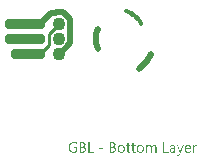
<source format=gbl>
G04*
G04 #@! TF.GenerationSoftware,Altium Limited,Altium Designer,22.5.1 (42)*
G04*
G04 Layer_Physical_Order=2*
G04 Layer_Color=16711680*
%FSLAX44Y44*%
%MOMM*%
G71*
G04*
G04 #@! TF.SameCoordinates,4FFD5CCC-AD45-4947-A22B-06A3F304AFED*
G04*
G04*
G04 #@! TF.FilePolarity,Positive*
G04*
G01*
G75*
%ADD15C,1.1000*%
%ADD16C,0.5000*%
%ADD17C,0.2500*%
%ADD18C,0.5000*%
%ADD19C,0.6000*%
%ADD20C,0.5100*%
%ADD21C,0.5250*%
%ADD22C,0.3500*%
%ADD23C,0.3500*%
G04:AMPARAMS|DCode=24|XSize=0.9mm|YSize=3.4mm|CornerRadius=0.351mm|HoleSize=0mm|Usage=FLASHONLY|Rotation=90.000|XOffset=0mm|YOffset=0mm|HoleType=Round|Shape=RoundedRectangle|*
%AMROUNDEDRECTD24*
21,1,0.9000,2.6980,0,0,90.0*
21,1,0.1980,3.4000,0,0,90.0*
1,1,0.7020,1.3490,0.0990*
1,1,0.7020,1.3490,-0.0990*
1,1,0.7020,-1.3490,-0.0990*
1,1,0.7020,-1.3490,0.0990*
%
%ADD24ROUNDEDRECTD24*%
G04:AMPARAMS|DCode=25|XSize=0.9mm|YSize=2.9mm|CornerRadius=0.351mm|HoleSize=0mm|Usage=FLASHONLY|Rotation=90.000|XOffset=0mm|YOffset=0mm|HoleType=Round|Shape=RoundedRectangle|*
%AMROUNDEDRECTD25*
21,1,0.9000,2.1980,0,0,90.0*
21,1,0.1980,2.9000,0,0,90.0*
1,1,0.7020,1.0990,0.0990*
1,1,0.7020,1.0990,-0.0990*
1,1,0.7020,-1.0990,-0.0990*
1,1,0.7020,-1.0990,0.0990*
%
%ADD25ROUNDEDRECTD25*%
%ADD26C,0.2000*%
G36*
X12874Y-87401D02*
X13000Y-87409D01*
X13149Y-87416D01*
X13306Y-87432D01*
X13486Y-87456D01*
X13675Y-87479D01*
X13871Y-87511D01*
X14075Y-87550D01*
X14279Y-87597D01*
X14483Y-87652D01*
X14687Y-87715D01*
X14891Y-87785D01*
X15079Y-87872D01*
X15079Y-89025D01*
X15064Y-89018D01*
X15032Y-88994D01*
X14970Y-88963D01*
X14891Y-88916D01*
X14781Y-88869D01*
X14656Y-88806D01*
X14514Y-88751D01*
X14350Y-88680D01*
X14177Y-88617D01*
X13981Y-88555D01*
X13769Y-88500D01*
X13541Y-88453D01*
X13298Y-88405D01*
X13047Y-88374D01*
X12788Y-88350D01*
X12513Y-88343D01*
X12450Y-88343D01*
X12372Y-88350D01*
X12262Y-88358D01*
X12136Y-88374D01*
X11987Y-88398D01*
X11822Y-88429D01*
X11642Y-88468D01*
X11453Y-88523D01*
X11257Y-88594D01*
X11053Y-88680D01*
X10841Y-88782D01*
X10637Y-88900D01*
X10441Y-89033D01*
X10245Y-89198D01*
X10056Y-89379D01*
X10049Y-89387D01*
X10017Y-89426D01*
X9970Y-89481D01*
X9907Y-89567D01*
X9837Y-89669D01*
X9750Y-89787D01*
X9664Y-89936D01*
X9578Y-90101D01*
X9491Y-90281D01*
X9405Y-90485D01*
X9319Y-90705D01*
X9248Y-90941D01*
X9185Y-91192D01*
X9138Y-91459D01*
X9107Y-91749D01*
X9099Y-92047D01*
X9099Y-92055D01*
X9099Y-92063D01*
X9099Y-92086D01*
X9099Y-92118D01*
X9099Y-92165D01*
X9107Y-92212D01*
X9115Y-92330D01*
X9122Y-92471D01*
X9146Y-92636D01*
X9169Y-92816D01*
X9209Y-93013D01*
X9256Y-93224D01*
X9319Y-93444D01*
X9389Y-93664D01*
X9476Y-93892D01*
X9578Y-94111D01*
X9695Y-94323D01*
X9829Y-94527D01*
X9986Y-94716D01*
X9994Y-94724D01*
X10025Y-94755D01*
X10080Y-94802D01*
X10151Y-94865D01*
X10237Y-94936D01*
X10347Y-95022D01*
X10472Y-95108D01*
X10622Y-95195D01*
X10786Y-95289D01*
X10967Y-95375D01*
X11163Y-95454D01*
X11383Y-95532D01*
X11610Y-95595D01*
X11862Y-95642D01*
X12121Y-95673D01*
X12403Y-95681D01*
X12505Y-95681D01*
X12576Y-95673D01*
X12670Y-95665D01*
X12772Y-95658D01*
X12890Y-95650D01*
X13023Y-95626D01*
X13157Y-95611D01*
X13306Y-95579D01*
X13604Y-95508D01*
X13761Y-95461D01*
X13910Y-95399D01*
X14059Y-95336D01*
X14208Y-95265D01*
X14208Y-92761D01*
X12254Y-92761D01*
X12254Y-91812D01*
X15260Y-91812D01*
X15260Y-95862D01*
X15244Y-95870D01*
X15197Y-95893D01*
X15127Y-95932D01*
X15025Y-95979D01*
X14899Y-96034D01*
X14750Y-96097D01*
X14577Y-96168D01*
X14381Y-96238D01*
X14169Y-96309D01*
X13934Y-96380D01*
X13690Y-96442D01*
X13431Y-96497D01*
X13157Y-96544D01*
X12866Y-96584D01*
X12576Y-96607D01*
X12270Y-96615D01*
X12183Y-96615D01*
X12144Y-96607D01*
X12089Y-96607D01*
X12026Y-96599D01*
X11956Y-96599D01*
X11791Y-96576D01*
X11603Y-96552D01*
X11399Y-96513D01*
X11171Y-96458D01*
X10928Y-96395D01*
X10676Y-96317D01*
X10417Y-96215D01*
X10158Y-96097D01*
X9899Y-95956D01*
X9648Y-95791D01*
X9405Y-95603D01*
X9177Y-95391D01*
X9162Y-95375D01*
X9130Y-95336D01*
X9068Y-95265D01*
X8997Y-95163D01*
X8903Y-95045D01*
X8809Y-94896D01*
X8699Y-94716D01*
X8589Y-94520D01*
X8479Y-94300D01*
X8369Y-94049D01*
X8275Y-93782D01*
X8181Y-93491D01*
X8110Y-93185D01*
X8047Y-92848D01*
X8016Y-92495D01*
X8000Y-92126D01*
X8000Y-92118D01*
X8000Y-92102D01*
X8000Y-92071D01*
X8000Y-92031D01*
X8008Y-91984D01*
X8008Y-91922D01*
X8016Y-91859D01*
X8024Y-91780D01*
X8031Y-91694D01*
X8039Y-91608D01*
X8071Y-91404D01*
X8110Y-91168D01*
X8165Y-90925D01*
X8235Y-90658D01*
X8322Y-90383D01*
X8424Y-90101D01*
X8550Y-89818D01*
X8706Y-89536D01*
X8879Y-89253D01*
X9083Y-88986D01*
X9311Y-88727D01*
X9327Y-88712D01*
X9374Y-88672D01*
X9444Y-88602D01*
X9546Y-88515D01*
X9680Y-88421D01*
X9829Y-88303D01*
X10009Y-88186D01*
X10221Y-88060D01*
X10449Y-87935D01*
X10700Y-87817D01*
X10967Y-87699D01*
X11265Y-87605D01*
X11579Y-87519D01*
X11909Y-87448D01*
X12262Y-87409D01*
X12631Y-87393D01*
X12772Y-87393D01*
X12874Y-87401D01*
X12874Y-87401D02*
G37*
G36*
X80498Y-89952D02*
X80545Y-89952D01*
X80600Y-89959D01*
X80733Y-89983D01*
X80890Y-90022D01*
X81070Y-90077D01*
X81259Y-90163D01*
X81455Y-90266D01*
X81557Y-90336D01*
X81651Y-90407D01*
X81746Y-90485D01*
X81840Y-90580D01*
X81934Y-90681D01*
X82020Y-90791D01*
X82099Y-90909D01*
X82177Y-91043D01*
X82248Y-91184D01*
X82311Y-91341D01*
X82366Y-91506D01*
X82421Y-91686D01*
X82452Y-91875D01*
X82483Y-92086D01*
X82499Y-92306D01*
X82507Y-92542D01*
X82507Y-96466D01*
X81487Y-96466D01*
X81487Y-92809D01*
X81487Y-92793D01*
X81487Y-92761D01*
X81487Y-92706D01*
X81479Y-92636D01*
X81479Y-92549D01*
X81471Y-92448D01*
X81463Y-92338D01*
X81447Y-92220D01*
X81408Y-91969D01*
X81345Y-91718D01*
X81314Y-91592D01*
X81267Y-91482D01*
X81212Y-91372D01*
X81157Y-91278D01*
X81157Y-91270D01*
X81141Y-91255D01*
X81125Y-91231D01*
X81094Y-91207D01*
X81063Y-91168D01*
X81016Y-91129D01*
X80961Y-91090D01*
X80898Y-91043D01*
X80827Y-90996D01*
X80749Y-90956D01*
X80655Y-90917D01*
X80560Y-90878D01*
X80450Y-90854D01*
X80325Y-90831D01*
X80199Y-90815D01*
X80058Y-90807D01*
X79995Y-90807D01*
X79948Y-90815D01*
X79893Y-90823D01*
X79830Y-90838D01*
X79674Y-90878D01*
X79587Y-90909D01*
X79501Y-90956D01*
X79407Y-91003D01*
X79320Y-91058D01*
X79226Y-91129D01*
X79132Y-91207D01*
X79038Y-91302D01*
X78951Y-91404D01*
X78944Y-91412D01*
X78936Y-91427D01*
X78912Y-91466D01*
X78881Y-91506D01*
X78849Y-91568D01*
X78810Y-91639D01*
X78763Y-91718D01*
X78724Y-91804D01*
X78685Y-91906D01*
X78637Y-92016D01*
X78598Y-92134D01*
X78567Y-92259D01*
X78535Y-92393D01*
X78520Y-92534D01*
X78504Y-92675D01*
X78496Y-92832D01*
X78496Y-96466D01*
X77476Y-96466D01*
X77476Y-92683D01*
X77476Y-92675D01*
X77476Y-92659D01*
X77476Y-92636D01*
X77476Y-92604D01*
X77468Y-92557D01*
X77468Y-92510D01*
X77452Y-92393D01*
X77429Y-92251D01*
X77397Y-92086D01*
X77358Y-91922D01*
X77295Y-91741D01*
X77217Y-91568D01*
X77123Y-91404D01*
X77005Y-91239D01*
X76864Y-91097D01*
X76699Y-90980D01*
X76605Y-90933D01*
X76503Y-90886D01*
X76393Y-90854D01*
X76283Y-90831D01*
X76157Y-90815D01*
X76024Y-90807D01*
X75961Y-90807D01*
X75914Y-90815D01*
X75851Y-90823D01*
X75788Y-90838D01*
X75631Y-90878D01*
X75545Y-90909D01*
X75459Y-90948D01*
X75365Y-90988D01*
X75270Y-91043D01*
X75176Y-91113D01*
X75082Y-91184D01*
X74996Y-91270D01*
X74909Y-91372D01*
X74901Y-91380D01*
X74894Y-91396D01*
X74870Y-91427D01*
X74839Y-91474D01*
X74807Y-91529D01*
X74776Y-91592D01*
X74737Y-91671D01*
X74697Y-91765D01*
X74650Y-91867D01*
X74611Y-91976D01*
X74580Y-92094D01*
X74548Y-92220D01*
X74517Y-92361D01*
X74493Y-92510D01*
X74486Y-92667D01*
X74478Y-92832D01*
X74478Y-96466D01*
X73457Y-96466D01*
X73457Y-90093D01*
X74478Y-90093D01*
X74478Y-91105D01*
X74501Y-91105D01*
X74509Y-91090D01*
X74533Y-91058D01*
X74572Y-90996D01*
X74627Y-90925D01*
X74697Y-90838D01*
X74784Y-90737D01*
X74886Y-90634D01*
X75004Y-90525D01*
X75137Y-90415D01*
X75286Y-90313D01*
X75451Y-90211D01*
X75624Y-90124D01*
X75820Y-90054D01*
X76032Y-89991D01*
X76252Y-89959D01*
X76487Y-89944D01*
X76550Y-89944D01*
X76597Y-89952D01*
X76652Y-89952D01*
X76722Y-89959D01*
X76793Y-89975D01*
X76872Y-89991D01*
X77052Y-90030D01*
X77240Y-90101D01*
X77429Y-90187D01*
X77523Y-90250D01*
X77617Y-90313D01*
X77625Y-90321D01*
X77641Y-90328D01*
X77664Y-90352D01*
X77696Y-90375D01*
X77782Y-90462D01*
X77884Y-90564D01*
X77994Y-90705D01*
X78104Y-90870D01*
X78206Y-91058D01*
X78284Y-91270D01*
X78292Y-91255D01*
X78316Y-91215D01*
X78363Y-91145D01*
X78418Y-91066D01*
X78496Y-90964D01*
X78583Y-90846D01*
X78692Y-90729D01*
X78818Y-90603D01*
X78959Y-90485D01*
X79116Y-90360D01*
X79289Y-90250D01*
X79477Y-90148D01*
X79689Y-90069D01*
X79909Y-89999D01*
X80152Y-89959D01*
X80403Y-89944D01*
X80458Y-89944D01*
X80498Y-89952D01*
X80498Y-89952D02*
G37*
G36*
X116099Y-89991D02*
X116185Y-89991D01*
X116279Y-90007D01*
X116381Y-90022D01*
X116483Y-90038D01*
X116570Y-90069D01*
X116570Y-91129D01*
X116554Y-91121D01*
X116523Y-91097D01*
X116460Y-91066D01*
X116374Y-91027D01*
X116256Y-90988D01*
X116130Y-90956D01*
X115973Y-90933D01*
X115793Y-90925D01*
X115730Y-90925D01*
X115683Y-90933D01*
X115628Y-90941D01*
X115565Y-90956D01*
X115416Y-91003D01*
X115330Y-91035D01*
X115243Y-91074D01*
X115149Y-91129D01*
X115055Y-91184D01*
X114969Y-91255D01*
X114874Y-91341D01*
X114788Y-91435D01*
X114702Y-91545D01*
X114694Y-91553D01*
X114686Y-91576D01*
X114663Y-91608D01*
X114631Y-91655D01*
X114600Y-91718D01*
X114560Y-91796D01*
X114521Y-91882D01*
X114482Y-91984D01*
X114443Y-92094D01*
X114403Y-92220D01*
X114364Y-92361D01*
X114333Y-92510D01*
X114302Y-92675D01*
X114278Y-92848D01*
X114270Y-93028D01*
X114262Y-93224D01*
X114262Y-96466D01*
X113242Y-96466D01*
X113242Y-90093D01*
X114262Y-90093D01*
X114262Y-91412D01*
X114286Y-91412D01*
X114286Y-91404D01*
X114294Y-91380D01*
X114309Y-91349D01*
X114325Y-91302D01*
X114349Y-91247D01*
X114380Y-91176D01*
X114451Y-91027D01*
X114545Y-90854D01*
X114663Y-90681D01*
X114796Y-90517D01*
X114953Y-90360D01*
X114961Y-90352D01*
X114977Y-90344D01*
X115000Y-90328D01*
X115031Y-90297D01*
X115071Y-90273D01*
X115126Y-90242D01*
X115243Y-90171D01*
X115393Y-90101D01*
X115565Y-90038D01*
X115753Y-89999D01*
X115856Y-89991D01*
X115958Y-89983D01*
X116020Y-89983D01*
X116099Y-89991D01*
X116099Y-89991D02*
G37*
G36*
X37252Y-93319D02*
X33853Y-93319D01*
X33853Y-92518D01*
X37252Y-92518D01*
X37252Y-93319D01*
X37252Y-93319D02*
G37*
G36*
X102552Y-97486D02*
X102552Y-97494D01*
X102544Y-97510D01*
X102529Y-97533D01*
X102513Y-97573D01*
X102497Y-97620D01*
X102474Y-97667D01*
X102411Y-97792D01*
X102324Y-97942D01*
X102230Y-98114D01*
X102113Y-98287D01*
X101979Y-98475D01*
X101830Y-98656D01*
X101665Y-98836D01*
X101485Y-99009D01*
X101288Y-99158D01*
X101077Y-99284D01*
X100967Y-99331D01*
X100849Y-99378D01*
X100731Y-99417D01*
X100606Y-99441D01*
X100480Y-99456D01*
X100347Y-99464D01*
X100284Y-99464D01*
X100205Y-99456D01*
X100111Y-99456D01*
X100009Y-99441D01*
X99899Y-99425D01*
X99782Y-99409D01*
X99680Y-99378D01*
X99680Y-98467D01*
X99695Y-98475D01*
X99734Y-98483D01*
X99797Y-98499D01*
X99876Y-98522D01*
X99970Y-98546D01*
X100072Y-98561D01*
X100182Y-98569D01*
X100284Y-98577D01*
X100315Y-98577D01*
X100354Y-98569D01*
X100409Y-98561D01*
X100472Y-98546D01*
X100551Y-98530D01*
X100629Y-98499D01*
X100723Y-98460D01*
X100810Y-98412D01*
X100912Y-98350D01*
X101006Y-98279D01*
X101100Y-98193D01*
X101194Y-98083D01*
X101288Y-97965D01*
X101367Y-97824D01*
X101446Y-97659D01*
X101956Y-96458D01*
X99468Y-90093D01*
X100598Y-90093D01*
X102324Y-94998D01*
X102324Y-95006D01*
X102332Y-95022D01*
X102340Y-95045D01*
X102356Y-95092D01*
X102372Y-95155D01*
X102387Y-95242D01*
X102419Y-95351D01*
X102450Y-95485D01*
X102489Y-95485D01*
X102489Y-95477D01*
X102497Y-95454D01*
X102505Y-95422D01*
X102521Y-95367D01*
X102536Y-95304D01*
X102552Y-95226D01*
X102584Y-95124D01*
X102615Y-95014D01*
X104428Y-90093D01*
X105480Y-90093D01*
X102552Y-97486D01*
X102552Y-97486D02*
G37*
G36*
X96336Y-89952D02*
X96391Y-89952D01*
X96446Y-89959D01*
X96517Y-89967D01*
X96595Y-89983D01*
X96760Y-90014D01*
X96956Y-90069D01*
X97152Y-90140D01*
X97364Y-90242D01*
X97576Y-90368D01*
X97678Y-90438D01*
X97780Y-90525D01*
X97874Y-90619D01*
X97969Y-90713D01*
X98055Y-90823D01*
X98133Y-90948D01*
X98212Y-91074D01*
X98282Y-91215D01*
X98337Y-91372D01*
X98392Y-91537D01*
X98432Y-91710D01*
X98463Y-91906D01*
X98479Y-92102D01*
X98487Y-92322D01*
X98487Y-96466D01*
X97466Y-96466D01*
X97466Y-95477D01*
X97443Y-95477D01*
X97435Y-95493D01*
X97411Y-95524D01*
X97372Y-95579D01*
X97317Y-95658D01*
X97247Y-95744D01*
X97160Y-95838D01*
X97066Y-95940D01*
X96948Y-96042D01*
X96815Y-96152D01*
X96673Y-96254D01*
X96509Y-96348D01*
X96336Y-96435D01*
X96140Y-96513D01*
X95936Y-96568D01*
X95716Y-96599D01*
X95481Y-96615D01*
X95386Y-96615D01*
X95324Y-96607D01*
X95245Y-96599D01*
X95151Y-96592D01*
X95049Y-96576D01*
X94939Y-96552D01*
X94696Y-96489D01*
X94578Y-96450D01*
X94452Y-96403D01*
X94327Y-96348D01*
X94209Y-96278D01*
X94099Y-96199D01*
X93989Y-96113D01*
X93982Y-96105D01*
X93966Y-96089D01*
X93942Y-96058D01*
X93903Y-96019D01*
X93864Y-95971D01*
X93825Y-95909D01*
X93770Y-95838D01*
X93722Y-95760D01*
X93675Y-95665D01*
X93628Y-95563D01*
X93581Y-95454D01*
X93542Y-95336D01*
X93503Y-95210D01*
X93479Y-95077D01*
X93463Y-94928D01*
X93456Y-94778D01*
X93456Y-94771D01*
X93456Y-94755D01*
X93456Y-94731D01*
X93463Y-94700D01*
X93463Y-94661D01*
X93471Y-94614D01*
X93487Y-94496D01*
X93518Y-94355D01*
X93566Y-94198D01*
X93628Y-94025D01*
X93722Y-93844D01*
X93832Y-93664D01*
X93966Y-93483D01*
X94052Y-93397D01*
X94138Y-93311D01*
X94241Y-93224D01*
X94342Y-93146D01*
X94460Y-93068D01*
X94586Y-92997D01*
X94719Y-92934D01*
X94868Y-92871D01*
X95025Y-92816D01*
X95190Y-92769D01*
X95371Y-92730D01*
X95559Y-92699D01*
X97466Y-92432D01*
X97466Y-92424D01*
X97466Y-92416D01*
X97466Y-92393D01*
X97466Y-92361D01*
X97458Y-92283D01*
X97443Y-92181D01*
X97427Y-92055D01*
X97396Y-91914D01*
X97356Y-91772D01*
X97301Y-91615D01*
X97231Y-91466D01*
X97144Y-91317D01*
X97042Y-91184D01*
X96917Y-91058D01*
X96760Y-90956D01*
X96587Y-90878D01*
X96493Y-90846D01*
X96383Y-90823D01*
X96273Y-90815D01*
X96156Y-90807D01*
X96101Y-90807D01*
X96046Y-90815D01*
X95959Y-90823D01*
X95857Y-90831D01*
X95740Y-90846D01*
X95606Y-90870D01*
X95465Y-90901D01*
X95308Y-90948D01*
X95143Y-90996D01*
X94970Y-91058D01*
X94790Y-91137D01*
X94609Y-91231D01*
X94429Y-91333D01*
X94248Y-91451D01*
X94076Y-91592D01*
X94076Y-90548D01*
X94083Y-90540D01*
X94115Y-90525D01*
X94170Y-90493D01*
X94241Y-90454D01*
X94335Y-90407D01*
X94437Y-90360D01*
X94562Y-90305D01*
X94704Y-90242D01*
X94853Y-90187D01*
X95017Y-90132D01*
X95198Y-90085D01*
X95386Y-90038D01*
X95590Y-89999D01*
X95794Y-89967D01*
X96014Y-89952D01*
X96242Y-89944D01*
X96297Y-89944D01*
X96336Y-89952D01*
X96336Y-89952D02*
G37*
G36*
X89115Y-95524D02*
X92702Y-95524D01*
X92702Y-96466D01*
X88071Y-96466D01*
X88071Y-87542D01*
X89115Y-87542D01*
X89115Y-95524D01*
X89115Y-95524D02*
G37*
G36*
X45446Y-87550D02*
X45540Y-87558D01*
X45650Y-87573D01*
X45775Y-87589D01*
X45917Y-87613D01*
X46058Y-87644D01*
X46207Y-87683D01*
X46364Y-87731D01*
X46513Y-87785D01*
X46670Y-87848D01*
X46811Y-87927D01*
X46953Y-88013D01*
X47086Y-88115D01*
X47094Y-88123D01*
X47118Y-88139D01*
X47149Y-88170D01*
X47188Y-88217D01*
X47243Y-88272D01*
X47298Y-88343D01*
X47361Y-88421D01*
X47424Y-88507D01*
X47486Y-88610D01*
X47549Y-88719D01*
X47604Y-88845D01*
X47659Y-88970D01*
X47698Y-89112D01*
X47730Y-89261D01*
X47753Y-89418D01*
X47761Y-89583D01*
X47761Y-89591D01*
X47761Y-89614D01*
X47761Y-89653D01*
X47753Y-89708D01*
X47745Y-89779D01*
X47737Y-89850D01*
X47730Y-89936D01*
X47714Y-90030D01*
X47659Y-90242D01*
X47588Y-90462D01*
X47541Y-90580D01*
X47486Y-90689D01*
X47424Y-90799D01*
X47353Y-90909D01*
X47345Y-90917D01*
X47337Y-90933D01*
X47314Y-90964D01*
X47274Y-91003D01*
X47235Y-91043D01*
X47188Y-91097D01*
X47125Y-91152D01*
X47063Y-91215D01*
X46984Y-91278D01*
X46898Y-91349D01*
X46803Y-91412D01*
X46701Y-91482D01*
X46592Y-91545D01*
X46482Y-91600D01*
X46223Y-91702D01*
X46223Y-91725D01*
X46231Y-91725D01*
X46262Y-91733D01*
X46309Y-91741D01*
X46372Y-91749D01*
X46450Y-91765D01*
X46537Y-91788D01*
X46639Y-91820D01*
X46741Y-91851D01*
X46968Y-91937D01*
X47094Y-91992D01*
X47212Y-92063D01*
X47329Y-92134D01*
X47447Y-92212D01*
X47565Y-92306D01*
X47667Y-92408D01*
X47675Y-92416D01*
X47690Y-92432D01*
X47714Y-92463D01*
X47753Y-92510D01*
X47793Y-92573D01*
X47840Y-92636D01*
X47887Y-92722D01*
X47942Y-92809D01*
X47989Y-92910D01*
X48036Y-93028D01*
X48083Y-93146D01*
X48122Y-93279D01*
X48161Y-93428D01*
X48185Y-93578D01*
X48201Y-93735D01*
X48208Y-93907D01*
X48208Y-93923D01*
X48208Y-93954D01*
X48201Y-94017D01*
X48193Y-94096D01*
X48185Y-94198D01*
X48161Y-94308D01*
X48138Y-94433D01*
X48106Y-94567D01*
X48059Y-94716D01*
X48004Y-94865D01*
X47942Y-95014D01*
X47863Y-95171D01*
X47769Y-95328D01*
X47659Y-95477D01*
X47533Y-95618D01*
X47384Y-95760D01*
X47376Y-95767D01*
X47345Y-95791D01*
X47298Y-95822D01*
X47235Y-95870D01*
X47157Y-95924D01*
X47055Y-95979D01*
X46945Y-96050D01*
X46819Y-96113D01*
X46670Y-96176D01*
X46513Y-96238D01*
X46348Y-96301D01*
X46160Y-96356D01*
X45964Y-96403D01*
X45760Y-96435D01*
X45540Y-96458D01*
X45312Y-96466D01*
X42714Y-96466D01*
X42714Y-87542D01*
X45359Y-87542D01*
X45446Y-87550D01*
X45446Y-87550D02*
G37*
G36*
X25683Y-95524D02*
X29270Y-95524D01*
X29270Y-96466D01*
X24639Y-96466D01*
X24639Y-87542D01*
X25683Y-87542D01*
X25683Y-95524D01*
X25683Y-95524D02*
G37*
G36*
X20063Y-87550D02*
X20157Y-87558D01*
X20267Y-87573D01*
X20393Y-87589D01*
X20534Y-87613D01*
X20675Y-87644D01*
X20825Y-87683D01*
X20982Y-87731D01*
X21131Y-87785D01*
X21288Y-87848D01*
X21429Y-87927D01*
X21570Y-88013D01*
X21704Y-88115D01*
X21712Y-88123D01*
X21735Y-88139D01*
X21767Y-88170D01*
X21806Y-88217D01*
X21861Y-88272D01*
X21916Y-88343D01*
X21978Y-88421D01*
X22041Y-88507D01*
X22104Y-88610D01*
X22167Y-88719D01*
X22222Y-88845D01*
X22277Y-88970D01*
X22316Y-89112D01*
X22347Y-89261D01*
X22371Y-89418D01*
X22379Y-89583D01*
X22379Y-89591D01*
X22379Y-89614D01*
X22379Y-89653D01*
X22371Y-89708D01*
X22363Y-89779D01*
X22355Y-89850D01*
X22347Y-89936D01*
X22332Y-90030D01*
X22277Y-90242D01*
X22206Y-90462D01*
X22159Y-90580D01*
X22104Y-90689D01*
X22041Y-90799D01*
X21971Y-90909D01*
X21963Y-90917D01*
X21955Y-90933D01*
X21931Y-90964D01*
X21892Y-91003D01*
X21853Y-91043D01*
X21806Y-91097D01*
X21743Y-91152D01*
X21680Y-91215D01*
X21602Y-91278D01*
X21515Y-91349D01*
X21421Y-91412D01*
X21319Y-91482D01*
X21209Y-91545D01*
X21099Y-91600D01*
X20840Y-91702D01*
X20840Y-91725D01*
X20848Y-91725D01*
X20880Y-91733D01*
X20927Y-91741D01*
X20989Y-91749D01*
X21068Y-91765D01*
X21154Y-91788D01*
X21256Y-91820D01*
X21358Y-91851D01*
X21586Y-91937D01*
X21712Y-91992D01*
X21829Y-92063D01*
X21947Y-92134D01*
X22065Y-92212D01*
X22183Y-92306D01*
X22285Y-92408D01*
X22292Y-92416D01*
X22308Y-92432D01*
X22332Y-92463D01*
X22371Y-92510D01*
X22410Y-92573D01*
X22457Y-92636D01*
X22504Y-92722D01*
X22559Y-92809D01*
X22606Y-92910D01*
X22653Y-93028D01*
X22701Y-93146D01*
X22740Y-93279D01*
X22779Y-93428D01*
X22803Y-93578D01*
X22818Y-93735D01*
X22826Y-93907D01*
X22826Y-93923D01*
X22826Y-93954D01*
X22818Y-94017D01*
X22810Y-94096D01*
X22803Y-94198D01*
X22779Y-94308D01*
X22755Y-94433D01*
X22724Y-94567D01*
X22677Y-94716D01*
X22622Y-94865D01*
X22559Y-95014D01*
X22481Y-95171D01*
X22387Y-95328D01*
X22277Y-95477D01*
X22151Y-95618D01*
X22002Y-95760D01*
X21994Y-95767D01*
X21963Y-95791D01*
X21916Y-95822D01*
X21853Y-95870D01*
X21774Y-95924D01*
X21672Y-95979D01*
X21562Y-96050D01*
X21437Y-96113D01*
X21288Y-96176D01*
X21131Y-96238D01*
X20966Y-96301D01*
X20778Y-96356D01*
X20581Y-96403D01*
X20377Y-96435D01*
X20157Y-96458D01*
X19930Y-96466D01*
X17332Y-96466D01*
X17332Y-87542D01*
X19977Y-87542D01*
X20063Y-87550D01*
X20063Y-87550D02*
G37*
G36*
X63019Y-90093D02*
X64628Y-90093D01*
X64628Y-90972D01*
X63019Y-90972D01*
X63019Y-94559D01*
X63019Y-94567D01*
X63019Y-94590D01*
X63019Y-94621D01*
X63019Y-94661D01*
X63027Y-94716D01*
X63034Y-94778D01*
X63050Y-94912D01*
X63074Y-95069D01*
X63113Y-95218D01*
X63168Y-95359D01*
X63199Y-95422D01*
X63239Y-95477D01*
X63246Y-95485D01*
X63278Y-95516D01*
X63333Y-95563D01*
X63411Y-95611D01*
X63513Y-95665D01*
X63639Y-95705D01*
X63788Y-95736D01*
X63961Y-95752D01*
X64023Y-95752D01*
X64094Y-95744D01*
X64188Y-95728D01*
X64290Y-95697D01*
X64408Y-95665D01*
X64518Y-95611D01*
X64628Y-95540D01*
X64628Y-96411D01*
X64620Y-96411D01*
X64612Y-96419D01*
X64588Y-96427D01*
X64565Y-96442D01*
X64479Y-96474D01*
X64377Y-96505D01*
X64235Y-96537D01*
X64071Y-96568D01*
X63882Y-96592D01*
X63670Y-96599D01*
X63600Y-96599D01*
X63513Y-96584D01*
X63411Y-96568D01*
X63286Y-96544D01*
X63144Y-96497D01*
X62987Y-96442D01*
X62838Y-96364D01*
X62681Y-96270D01*
X62524Y-96144D01*
X62383Y-95995D01*
X62320Y-95909D01*
X62257Y-95815D01*
X62203Y-95712D01*
X62155Y-95603D01*
X62108Y-95485D01*
X62069Y-95351D01*
X62038Y-95218D01*
X62014Y-95069D01*
X62006Y-94912D01*
X61998Y-94739D01*
X61998Y-90972D01*
X60908Y-90972D01*
X60908Y-90093D01*
X61998Y-90093D01*
X61998Y-88539D01*
X63019Y-88209D01*
X63019Y-90093D01*
X63019Y-90093D02*
G37*
G36*
X58702Y-90093D02*
X60311Y-90093D01*
X60311Y-90972D01*
X58702Y-90972D01*
X58702Y-94559D01*
X58702Y-94567D01*
X58702Y-94590D01*
X58702Y-94621D01*
X58702Y-94661D01*
X58710Y-94716D01*
X58718Y-94778D01*
X58733Y-94912D01*
X58757Y-95069D01*
X58796Y-95218D01*
X58851Y-95359D01*
X58882Y-95422D01*
X58922Y-95477D01*
X58930Y-95485D01*
X58961Y-95516D01*
X59016Y-95563D01*
X59094Y-95611D01*
X59197Y-95665D01*
X59322Y-95705D01*
X59471Y-95736D01*
X59644Y-95752D01*
X59707Y-95752D01*
X59777Y-95744D01*
X59872Y-95728D01*
X59974Y-95697D01*
X60091Y-95665D01*
X60201Y-95611D01*
X60311Y-95540D01*
X60311Y-96411D01*
X60303Y-96411D01*
X60295Y-96419D01*
X60272Y-96427D01*
X60248Y-96442D01*
X60162Y-96474D01*
X60060Y-96505D01*
X59918Y-96537D01*
X59754Y-96568D01*
X59565Y-96592D01*
X59353Y-96599D01*
X59283Y-96599D01*
X59197Y-96584D01*
X59094Y-96568D01*
X58969Y-96544D01*
X58828Y-96497D01*
X58671Y-96442D01*
X58521Y-96364D01*
X58365Y-96270D01*
X58208Y-96144D01*
X58066Y-95995D01*
X58004Y-95909D01*
X57941Y-95815D01*
X57886Y-95712D01*
X57839Y-95603D01*
X57792Y-95485D01*
X57752Y-95351D01*
X57721Y-95218D01*
X57697Y-95069D01*
X57689Y-94912D01*
X57682Y-94739D01*
X57682Y-90972D01*
X56591Y-90972D01*
X56591Y-90093D01*
X57682Y-90093D01*
X57682Y-88539D01*
X58702Y-88209D01*
X58702Y-90093D01*
X58702Y-90093D02*
G37*
G36*
X109200Y-89952D02*
X109286Y-89959D01*
X109396Y-89967D01*
X109514Y-89983D01*
X109647Y-90014D01*
X109789Y-90046D01*
X109945Y-90085D01*
X110103Y-90140D01*
X110260Y-90211D01*
X110424Y-90289D01*
X110581Y-90383D01*
X110730Y-90493D01*
X110879Y-90619D01*
X111013Y-90760D01*
X111021Y-90768D01*
X111044Y-90799D01*
X111076Y-90846D01*
X111123Y-90909D01*
X111170Y-90988D01*
X111233Y-91090D01*
X111295Y-91207D01*
X111358Y-91341D01*
X111421Y-91498D01*
X111484Y-91663D01*
X111547Y-91851D01*
X111594Y-92047D01*
X111641Y-92267D01*
X111672Y-92495D01*
X111696Y-92746D01*
X111704Y-93005D01*
X111704Y-93538D01*
X107198Y-93538D01*
X107198Y-93554D01*
X107198Y-93586D01*
X107206Y-93640D01*
X107214Y-93711D01*
X107222Y-93805D01*
X107238Y-93907D01*
X107254Y-94017D01*
X107285Y-94143D01*
X107355Y-94410D01*
X107403Y-94543D01*
X107458Y-94684D01*
X107520Y-94818D01*
X107591Y-94951D01*
X107677Y-95069D01*
X107772Y-95187D01*
X107779Y-95195D01*
X107795Y-95210D01*
X107826Y-95242D01*
X107873Y-95273D01*
X107928Y-95320D01*
X107999Y-95367D01*
X108078Y-95422D01*
X108164Y-95469D01*
X108266Y-95524D01*
X108384Y-95579D01*
X108501Y-95626D01*
X108643Y-95673D01*
X108784Y-95705D01*
X108941Y-95736D01*
X109106Y-95752D01*
X109278Y-95760D01*
X109326Y-95760D01*
X109380Y-95752D01*
X109459Y-95752D01*
X109553Y-95736D01*
X109663Y-95720D01*
X109789Y-95697D01*
X109930Y-95673D01*
X110079Y-95634D01*
X110236Y-95587D01*
X110401Y-95532D01*
X110566Y-95461D01*
X110738Y-95383D01*
X110911Y-95289D01*
X111084Y-95179D01*
X111256Y-95053D01*
X111256Y-96011D01*
X111248Y-96019D01*
X111217Y-96034D01*
X111170Y-96066D01*
X111107Y-96105D01*
X111021Y-96152D01*
X110919Y-96199D01*
X110801Y-96254D01*
X110668Y-96309D01*
X110511Y-96372D01*
X110346Y-96427D01*
X110165Y-96474D01*
X109969Y-96521D01*
X109757Y-96560D01*
X109529Y-96592D01*
X109286Y-96607D01*
X109035Y-96615D01*
X108972Y-96615D01*
X108910Y-96607D01*
X108815Y-96599D01*
X108698Y-96592D01*
X108564Y-96568D01*
X108423Y-96544D01*
X108266Y-96505D01*
X108101Y-96458D01*
X107928Y-96403D01*
X107748Y-96333D01*
X107575Y-96254D01*
X107395Y-96152D01*
X107230Y-96034D01*
X107065Y-95901D01*
X106916Y-95752D01*
X106908Y-95744D01*
X106885Y-95712D01*
X106845Y-95658D01*
X106798Y-95587D01*
X106735Y-95501D01*
X106673Y-95391D01*
X106602Y-95265D01*
X106531Y-95116D01*
X106461Y-94959D01*
X106390Y-94771D01*
X106327Y-94574D01*
X106264Y-94355D01*
X106217Y-94119D01*
X106178Y-93868D01*
X106155Y-93593D01*
X106147Y-93311D01*
X106147Y-93303D01*
X106147Y-93295D01*
X106147Y-93272D01*
X106147Y-93248D01*
X106155Y-93169D01*
X106163Y-93060D01*
X106170Y-92934D01*
X106194Y-92793D01*
X106217Y-92628D01*
X106249Y-92448D01*
X106296Y-92259D01*
X106351Y-92063D01*
X106421Y-91859D01*
X106500Y-91655D01*
X106594Y-91459D01*
X106712Y-91255D01*
X106838Y-91066D01*
X106987Y-90886D01*
X106994Y-90878D01*
X107026Y-90846D01*
X107073Y-90799D01*
X107136Y-90737D01*
X107222Y-90666D01*
X107324Y-90587D01*
X107434Y-90501D01*
X107567Y-90415D01*
X107709Y-90328D01*
X107873Y-90242D01*
X108046Y-90163D01*
X108227Y-90093D01*
X108423Y-90030D01*
X108635Y-89983D01*
X108855Y-89952D01*
X109082Y-89944D01*
X109137Y-89944D01*
X109200Y-89952D01*
X109200Y-89952D02*
G37*
G36*
X68937Y-89952D02*
X69039Y-89959D01*
X69156Y-89967D01*
X69298Y-89991D01*
X69447Y-90014D01*
X69612Y-90054D01*
X69792Y-90101D01*
X69973Y-90156D01*
X70153Y-90226D01*
X70342Y-90313D01*
X70522Y-90415D01*
X70703Y-90532D01*
X70867Y-90666D01*
X71024Y-90823D01*
X71032Y-90831D01*
X71056Y-90862D01*
X71095Y-90917D01*
X71150Y-90988D01*
X71213Y-91074D01*
X71276Y-91184D01*
X71354Y-91309D01*
X71425Y-91459D01*
X71503Y-91623D01*
X71574Y-91804D01*
X71637Y-92000D01*
X71699Y-92220D01*
X71754Y-92455D01*
X71793Y-92706D01*
X71817Y-92973D01*
X71825Y-93256D01*
X71825Y-93264D01*
X71825Y-93272D01*
X71825Y-93295D01*
X71825Y-93327D01*
X71817Y-93405D01*
X71809Y-93507D01*
X71801Y-93640D01*
X71778Y-93790D01*
X71754Y-93954D01*
X71715Y-94135D01*
X71668Y-94323D01*
X71613Y-94527D01*
X71542Y-94731D01*
X71464Y-94936D01*
X71362Y-95140D01*
X71244Y-95336D01*
X71111Y-95524D01*
X70961Y-95705D01*
X70954Y-95712D01*
X70922Y-95744D01*
X70875Y-95791D01*
X70805Y-95846D01*
X70718Y-95917D01*
X70616Y-95995D01*
X70491Y-96074D01*
X70349Y-96160D01*
X70192Y-96246D01*
X70020Y-96325D01*
X69831Y-96403D01*
X69627Y-96474D01*
X69400Y-96529D01*
X69164Y-96576D01*
X68921Y-96607D01*
X68654Y-96615D01*
X68591Y-96615D01*
X68521Y-96607D01*
X68419Y-96599D01*
X68301Y-96592D01*
X68160Y-96568D01*
X68011Y-96544D01*
X67846Y-96505D01*
X67665Y-96458D01*
X67485Y-96395D01*
X67296Y-96325D01*
X67108Y-96238D01*
X66919Y-96136D01*
X66731Y-96019D01*
X66558Y-95885D01*
X66394Y-95728D01*
X66386Y-95720D01*
X66354Y-95689D01*
X66315Y-95634D01*
X66260Y-95563D01*
X66197Y-95477D01*
X66127Y-95367D01*
X66056Y-95242D01*
X65978Y-95092D01*
X65899Y-94936D01*
X65821Y-94755D01*
X65750Y-94559D01*
X65687Y-94347D01*
X65632Y-94127D01*
X65593Y-93884D01*
X65562Y-93625D01*
X65554Y-93358D01*
X65554Y-93350D01*
X65554Y-93342D01*
X65554Y-93319D01*
X65554Y-93287D01*
X65562Y-93201D01*
X65570Y-93091D01*
X65577Y-92958D01*
X65601Y-92801D01*
X65624Y-92628D01*
X65664Y-92440D01*
X65711Y-92243D01*
X65766Y-92039D01*
X65836Y-91827D01*
X65923Y-91615D01*
X66025Y-91412D01*
X66135Y-91215D01*
X66268Y-91027D01*
X66425Y-90846D01*
X66433Y-90838D01*
X66464Y-90807D01*
X66519Y-90760D01*
X66590Y-90705D01*
X66676Y-90634D01*
X66786Y-90564D01*
X66912Y-90478D01*
X67053Y-90391D01*
X67210Y-90313D01*
X67390Y-90226D01*
X67587Y-90156D01*
X67799Y-90085D01*
X68026Y-90030D01*
X68270Y-89983D01*
X68528Y-89952D01*
X68803Y-89944D01*
X68866Y-89944D01*
X68937Y-89952D01*
X68937Y-89952D02*
G37*
G36*
X52831Y-89952D02*
X52933Y-89959D01*
X53051Y-89967D01*
X53192Y-89991D01*
X53341Y-90014D01*
X53506Y-90054D01*
X53687Y-90101D01*
X53867Y-90156D01*
X54048Y-90226D01*
X54236Y-90313D01*
X54417Y-90415D01*
X54597Y-90532D01*
X54762Y-90666D01*
X54919Y-90823D01*
X54927Y-90831D01*
X54950Y-90862D01*
X54990Y-90917D01*
X55045Y-90988D01*
X55107Y-91074D01*
X55170Y-91184D01*
X55249Y-91309D01*
X55319Y-91459D01*
X55398Y-91623D01*
X55468Y-91804D01*
X55531Y-92000D01*
X55594Y-92220D01*
X55649Y-92455D01*
X55688Y-92706D01*
X55712Y-92973D01*
X55719Y-93256D01*
X55719Y-93264D01*
X55719Y-93272D01*
X55719Y-93295D01*
X55719Y-93327D01*
X55712Y-93405D01*
X55704Y-93507D01*
X55696Y-93640D01*
X55672Y-93790D01*
X55649Y-93954D01*
X55610Y-94135D01*
X55563Y-94323D01*
X55508Y-94527D01*
X55437Y-94731D01*
X55359Y-94936D01*
X55257Y-95140D01*
X55139Y-95336D01*
X55005Y-95524D01*
X54856Y-95705D01*
X54848Y-95712D01*
X54817Y-95744D01*
X54770Y-95791D01*
X54699Y-95846D01*
X54613Y-95917D01*
X54511Y-95995D01*
X54385Y-96074D01*
X54244Y-96160D01*
X54087Y-96246D01*
X53914Y-96325D01*
X53726Y-96403D01*
X53522Y-96474D01*
X53294Y-96529D01*
X53059Y-96576D01*
X52816Y-96607D01*
X52549Y-96615D01*
X52486Y-96615D01*
X52415Y-96607D01*
X52313Y-96599D01*
X52196Y-96592D01*
X52054Y-96568D01*
X51905Y-96544D01*
X51740Y-96505D01*
X51560Y-96458D01*
X51379Y-96395D01*
X51191Y-96325D01*
X51002Y-96238D01*
X50814Y-96136D01*
X50626Y-96019D01*
X50453Y-95885D01*
X50288Y-95728D01*
X50280Y-95720D01*
X50249Y-95689D01*
X50210Y-95634D01*
X50155Y-95563D01*
X50092Y-95477D01*
X50022Y-95367D01*
X49951Y-95242D01*
X49872Y-95092D01*
X49794Y-94936D01*
X49715Y-94755D01*
X49645Y-94559D01*
X49582Y-94347D01*
X49527Y-94127D01*
X49488Y-93884D01*
X49456Y-93625D01*
X49448Y-93358D01*
X49448Y-93350D01*
X49448Y-93342D01*
X49448Y-93319D01*
X49448Y-93287D01*
X49456Y-93201D01*
X49464Y-93091D01*
X49472Y-92958D01*
X49496Y-92801D01*
X49519Y-92628D01*
X49558Y-92440D01*
X49605Y-92243D01*
X49660Y-92039D01*
X49731Y-91827D01*
X49817Y-91615D01*
X49919Y-91412D01*
X50029Y-91215D01*
X50163Y-91027D01*
X50320Y-90846D01*
X50328Y-90838D01*
X50359Y-90807D01*
X50414Y-90760D01*
X50484Y-90705D01*
X50571Y-90634D01*
X50681Y-90564D01*
X50806Y-90478D01*
X50948Y-90391D01*
X51105Y-90313D01*
X51285Y-90226D01*
X51481Y-90156D01*
X51693Y-90085D01*
X51921Y-90030D01*
X52164Y-89983D01*
X52423Y-89952D01*
X52698Y-89944D01*
X52761Y-89944D01*
X52831Y-89952D01*
X52831Y-89952D02*
G37*
%LPC*%
G36*
X97466Y-93248D02*
X95928Y-93460D01*
X95920Y-93460D01*
X95897Y-93468D01*
X95857Y-93468D01*
X95810Y-93476D01*
X95755Y-93491D01*
X95685Y-93507D01*
X95528Y-93538D01*
X95355Y-93586D01*
X95182Y-93648D01*
X95010Y-93727D01*
X94931Y-93766D01*
X94860Y-93813D01*
X94845Y-93829D01*
X94806Y-93860D01*
X94743Y-93923D01*
X94680Y-94017D01*
X94617Y-94143D01*
X94586Y-94213D01*
X94554Y-94292D01*
X94531Y-94378D01*
X94515Y-94480D01*
X94507Y-94582D01*
X94500Y-94700D01*
X94500Y-94708D01*
X94500Y-94724D01*
X94500Y-94747D01*
X94507Y-94778D01*
X94515Y-94865D01*
X94539Y-94975D01*
X94578Y-95092D01*
X94641Y-95226D01*
X94719Y-95351D01*
X94829Y-95469D01*
X94837Y-95469D01*
X94845Y-95485D01*
X94892Y-95516D01*
X94963Y-95563D01*
X95065Y-95611D01*
X95198Y-95665D01*
X95347Y-95712D01*
X95528Y-95744D01*
X95724Y-95760D01*
X95794Y-95760D01*
X95849Y-95752D01*
X95912Y-95744D01*
X95991Y-95728D01*
X96069Y-95712D01*
X96163Y-95689D01*
X96360Y-95626D01*
X96462Y-95587D01*
X96572Y-95532D01*
X96673Y-95469D01*
X96776Y-95399D01*
X96878Y-95320D01*
X96972Y-95226D01*
X96980Y-95218D01*
X96995Y-95202D01*
X97019Y-95171D01*
X97050Y-95132D01*
X97090Y-95077D01*
X97129Y-95014D01*
X97176Y-94943D01*
X97223Y-94857D01*
X97262Y-94763D01*
X97309Y-94661D01*
X97348Y-94551D01*
X97388Y-94433D01*
X97419Y-94308D01*
X97443Y-94174D01*
X97458Y-94033D01*
X97466Y-93884D01*
X97466Y-93248D01*
X97466Y-93248D02*
G37*
G36*
X45116Y-88492D02*
X43758Y-88492D01*
X43758Y-91372D01*
X44912Y-91372D01*
X44967Y-91364D01*
X45038Y-91356D01*
X45124Y-91349D01*
X45218Y-91341D01*
X45320Y-91317D01*
X45532Y-91270D01*
X45760Y-91200D01*
X45870Y-91152D01*
X45979Y-91097D01*
X46082Y-91035D01*
X46176Y-90964D01*
X46184Y-90956D01*
X46199Y-90948D01*
X46223Y-90917D01*
X46254Y-90886D01*
X46293Y-90846D01*
X46333Y-90791D01*
X46380Y-90729D01*
X46427Y-90658D01*
X46466Y-90580D01*
X46513Y-90493D01*
X46552Y-90399D01*
X46592Y-90297D01*
X46623Y-90179D01*
X46647Y-90062D01*
X46662Y-89928D01*
X46670Y-89795D01*
X46670Y-89779D01*
X46670Y-89740D01*
X46662Y-89677D01*
X46647Y-89591D01*
X46615Y-89488D01*
X46584Y-89379D01*
X46529Y-89261D01*
X46458Y-89143D01*
X46364Y-89018D01*
X46254Y-88900D01*
X46113Y-88790D01*
X45948Y-88696D01*
X45854Y-88649D01*
X45752Y-88610D01*
X45642Y-88578D01*
X45524Y-88547D01*
X45399Y-88523D01*
X45257Y-88507D01*
X45116Y-88492D01*
X45116Y-88492D02*
G37*
G36*
X44959Y-92314D02*
X43758Y-92314D01*
X43758Y-95524D01*
X45265Y-95524D01*
X45328Y-95516D01*
X45406Y-95508D01*
X45493Y-95501D01*
X45595Y-95485D01*
X45705Y-95469D01*
X45932Y-95422D01*
X46168Y-95344D01*
X46286Y-95289D01*
X46395Y-95234D01*
X46497Y-95171D01*
X46599Y-95092D01*
X46607Y-95085D01*
X46623Y-95069D01*
X46647Y-95045D01*
X46678Y-95014D01*
X46717Y-94967D01*
X46764Y-94912D01*
X46803Y-94849D01*
X46859Y-94778D01*
X46906Y-94692D01*
X46945Y-94606D01*
X46992Y-94504D01*
X47031Y-94402D01*
X47063Y-94284D01*
X47086Y-94158D01*
X47102Y-94033D01*
X47110Y-93892D01*
X47110Y-93884D01*
X47110Y-93876D01*
X47110Y-93852D01*
X47102Y-93821D01*
X47094Y-93743D01*
X47078Y-93648D01*
X47047Y-93523D01*
X47000Y-93389D01*
X46929Y-93248D01*
X46843Y-93099D01*
X46725Y-92958D01*
X46662Y-92887D01*
X46584Y-92816D01*
X46505Y-92746D01*
X46411Y-92683D01*
X46309Y-92620D01*
X46199Y-92557D01*
X46082Y-92510D01*
X45956Y-92463D01*
X45815Y-92416D01*
X45665Y-92385D01*
X45508Y-92353D01*
X45336Y-92330D01*
X45155Y-92322D01*
X44959Y-92314D01*
X44959Y-92314D02*
G37*
G36*
X19734Y-88492D02*
X18376Y-88492D01*
X18376Y-91372D01*
X19530Y-91372D01*
X19585Y-91364D01*
X19655Y-91356D01*
X19742Y-91349D01*
X19836Y-91341D01*
X19938Y-91317D01*
X20150Y-91270D01*
X20377Y-91200D01*
X20487Y-91152D01*
X20597Y-91097D01*
X20699Y-91035D01*
X20793Y-90964D01*
X20801Y-90956D01*
X20817Y-90948D01*
X20840Y-90917D01*
X20872Y-90886D01*
X20911Y-90846D01*
X20950Y-90791D01*
X20997Y-90729D01*
X21044Y-90658D01*
X21084Y-90580D01*
X21131Y-90493D01*
X21170Y-90399D01*
X21209Y-90297D01*
X21241Y-90179D01*
X21264Y-90062D01*
X21280Y-89928D01*
X21288Y-89795D01*
X21288Y-89779D01*
X21288Y-89740D01*
X21280Y-89677D01*
X21264Y-89591D01*
X21233Y-89488D01*
X21201Y-89379D01*
X21147Y-89261D01*
X21076Y-89143D01*
X20982Y-89018D01*
X20872Y-88900D01*
X20731Y-88790D01*
X20566Y-88696D01*
X20471Y-88649D01*
X20370Y-88610D01*
X20260Y-88578D01*
X20142Y-88547D01*
X20016Y-88523D01*
X19875Y-88507D01*
X19734Y-88492D01*
X19734Y-88492D02*
G37*
G36*
X19577Y-92314D02*
X18376Y-92314D01*
X18376Y-95524D01*
X19883Y-95524D01*
X19946Y-95516D01*
X20024Y-95508D01*
X20110Y-95501D01*
X20213Y-95485D01*
X20322Y-95469D01*
X20550Y-95422D01*
X20785Y-95344D01*
X20903Y-95289D01*
X21013Y-95234D01*
X21115Y-95171D01*
X21217Y-95092D01*
X21225Y-95085D01*
X21241Y-95069D01*
X21264Y-95045D01*
X21296Y-95014D01*
X21335Y-94967D01*
X21382Y-94912D01*
X21421Y-94849D01*
X21476Y-94778D01*
X21523Y-94692D01*
X21562Y-94606D01*
X21609Y-94504D01*
X21649Y-94402D01*
X21680Y-94284D01*
X21704Y-94158D01*
X21719Y-94033D01*
X21727Y-93892D01*
X21727Y-93884D01*
X21727Y-93876D01*
X21727Y-93852D01*
X21719Y-93821D01*
X21712Y-93743D01*
X21696Y-93648D01*
X21665Y-93523D01*
X21617Y-93389D01*
X21547Y-93248D01*
X21460Y-93099D01*
X21343Y-92958D01*
X21280Y-92887D01*
X21201Y-92816D01*
X21123Y-92746D01*
X21029Y-92683D01*
X20927Y-92620D01*
X20817Y-92557D01*
X20699Y-92510D01*
X20573Y-92463D01*
X20432Y-92416D01*
X20283Y-92385D01*
X20126Y-92353D01*
X19954Y-92330D01*
X19773Y-92322D01*
X19577Y-92314D01*
X19577Y-92314D02*
G37*
G36*
X109066Y-90807D02*
X108996Y-90807D01*
X108949Y-90815D01*
X108886Y-90823D01*
X108807Y-90831D01*
X108729Y-90846D01*
X108643Y-90870D01*
X108446Y-90933D01*
X108344Y-90972D01*
X108242Y-91027D01*
X108140Y-91082D01*
X108031Y-91152D01*
X107936Y-91231D01*
X107834Y-91325D01*
X107826Y-91333D01*
X107811Y-91349D01*
X107787Y-91380D01*
X107756Y-91419D01*
X107717Y-91474D01*
X107669Y-91529D01*
X107622Y-91608D01*
X107567Y-91686D01*
X107513Y-91780D01*
X107465Y-91882D01*
X107410Y-91992D01*
X107363Y-92110D01*
X107316Y-92243D01*
X107277Y-92377D01*
X107238Y-92526D01*
X107214Y-92675D01*
X110660Y-92675D01*
X110660Y-92667D01*
X110660Y-92636D01*
X110660Y-92589D01*
X110652Y-92526D01*
X110644Y-92455D01*
X110636Y-92369D01*
X110620Y-92275D01*
X110605Y-92173D01*
X110550Y-91953D01*
X110471Y-91718D01*
X110424Y-91608D01*
X110369Y-91498D01*
X110307Y-91396D01*
X110228Y-91302D01*
X110220Y-91294D01*
X110212Y-91278D01*
X110189Y-91255D01*
X110150Y-91223D01*
X110110Y-91184D01*
X110055Y-91145D01*
X110000Y-91097D01*
X109930Y-91050D01*
X109851Y-91011D01*
X109765Y-90964D01*
X109663Y-90925D01*
X109561Y-90886D01*
X109451Y-90854D01*
X109333Y-90831D01*
X109200Y-90815D01*
X109066Y-90807D01*
X109066Y-90807D02*
G37*
G36*
X68725Y-90807D02*
X68685Y-90807D01*
X68630Y-90815D01*
X68560Y-90815D01*
X68481Y-90831D01*
X68387Y-90838D01*
X68277Y-90862D01*
X68160Y-90893D01*
X68042Y-90925D01*
X67916Y-90972D01*
X67783Y-91027D01*
X67657Y-91090D01*
X67524Y-91168D01*
X67398Y-91255D01*
X67281Y-91356D01*
X67171Y-91474D01*
X67163Y-91482D01*
X67147Y-91506D01*
X67116Y-91545D01*
X67084Y-91600D01*
X67037Y-91663D01*
X66990Y-91749D01*
X66935Y-91843D01*
X66888Y-91953D01*
X66833Y-92079D01*
X66778Y-92220D01*
X66731Y-92369D01*
X66684Y-92534D01*
X66653Y-92714D01*
X66621Y-92903D01*
X66606Y-93107D01*
X66598Y-93319D01*
X66598Y-93334D01*
X66598Y-93366D01*
X66606Y-93428D01*
X66606Y-93507D01*
X66613Y-93601D01*
X66629Y-93711D01*
X66645Y-93837D01*
X66668Y-93970D01*
X66700Y-94111D01*
X66739Y-94253D01*
X66786Y-94402D01*
X66841Y-94551D01*
X66904Y-94700D01*
X66982Y-94841D01*
X67069Y-94983D01*
X67171Y-95108D01*
X67179Y-95116D01*
X67194Y-95140D01*
X67233Y-95171D01*
X67281Y-95210D01*
X67336Y-95257D01*
X67406Y-95312D01*
X67492Y-95375D01*
X67587Y-95430D01*
X67689Y-95493D01*
X67806Y-95555D01*
X67932Y-95611D01*
X68073Y-95658D01*
X68222Y-95697D01*
X68379Y-95728D01*
X68544Y-95752D01*
X68725Y-95760D01*
X68772Y-95760D01*
X68819Y-95752D01*
X68889Y-95752D01*
X68968Y-95736D01*
X69062Y-95728D01*
X69172Y-95705D01*
X69290Y-95681D01*
X69408Y-95650D01*
X69533Y-95603D01*
X69659Y-95555D01*
X69784Y-95493D01*
X69910Y-95422D01*
X70027Y-95336D01*
X70145Y-95234D01*
X70247Y-95124D01*
X70255Y-95116D01*
X70271Y-95092D01*
X70294Y-95053D01*
X70334Y-95006D01*
X70373Y-94936D01*
X70420Y-94857D01*
X70467Y-94763D01*
X70514Y-94653D01*
X70561Y-94527D01*
X70616Y-94394D01*
X70655Y-94245D01*
X70695Y-94080D01*
X70734Y-93907D01*
X70757Y-93711D01*
X70773Y-93507D01*
X70781Y-93295D01*
X70781Y-93279D01*
X70781Y-93240D01*
X70781Y-93177D01*
X70773Y-93099D01*
X70765Y-92997D01*
X70750Y-92887D01*
X70734Y-92754D01*
X70718Y-92620D01*
X70648Y-92322D01*
X70608Y-92173D01*
X70553Y-92016D01*
X70498Y-91867D01*
X70420Y-91725D01*
X70342Y-91584D01*
X70247Y-91459D01*
X70240Y-91451D01*
X70224Y-91427D01*
X70192Y-91396D01*
X70145Y-91356D01*
X70090Y-91309D01*
X70027Y-91255D01*
X69949Y-91192D01*
X69855Y-91129D01*
X69753Y-91074D01*
X69643Y-91011D01*
X69517Y-90956D01*
X69384Y-90909D01*
X69235Y-90870D01*
X69078Y-90838D01*
X68905Y-90815D01*
X68725Y-90807D01*
X68725Y-90807D02*
G37*
G36*
X52619Y-90807D02*
X52580Y-90807D01*
X52525Y-90815D01*
X52455Y-90815D01*
X52376Y-90831D01*
X52282Y-90838D01*
X52172Y-90862D01*
X52054Y-90893D01*
X51936Y-90925D01*
X51811Y-90972D01*
X51677Y-91027D01*
X51552Y-91090D01*
X51418Y-91168D01*
X51293Y-91255D01*
X51175Y-91356D01*
X51065Y-91474D01*
X51058Y-91482D01*
X51042Y-91506D01*
X51010Y-91545D01*
X50979Y-91600D01*
X50932Y-91663D01*
X50885Y-91749D01*
X50830Y-91843D01*
X50783Y-91953D01*
X50728Y-92079D01*
X50673Y-92220D01*
X50626Y-92369D01*
X50579Y-92534D01*
X50547Y-92714D01*
X50516Y-92903D01*
X50500Y-93107D01*
X50492Y-93319D01*
X50492Y-93334D01*
X50492Y-93366D01*
X50500Y-93428D01*
X50500Y-93507D01*
X50508Y-93601D01*
X50524Y-93711D01*
X50539Y-93837D01*
X50563Y-93970D01*
X50594Y-94111D01*
X50634Y-94253D01*
X50681Y-94402D01*
X50736Y-94551D01*
X50799Y-94700D01*
X50877Y-94841D01*
X50963Y-94983D01*
X51065Y-95108D01*
X51073Y-95116D01*
X51089Y-95140D01*
X51128Y-95171D01*
X51175Y-95210D01*
X51230Y-95257D01*
X51301Y-95312D01*
X51387Y-95375D01*
X51481Y-95430D01*
X51583Y-95493D01*
X51701Y-95555D01*
X51827Y-95611D01*
X51968Y-95658D01*
X52117Y-95697D01*
X52274Y-95728D01*
X52439Y-95752D01*
X52619Y-95760D01*
X52666Y-95760D01*
X52713Y-95752D01*
X52784Y-95752D01*
X52863Y-95736D01*
X52957Y-95728D01*
X53067Y-95705D01*
X53184Y-95681D01*
X53302Y-95650D01*
X53428Y-95603D01*
X53553Y-95555D01*
X53679Y-95493D01*
X53804Y-95422D01*
X53922Y-95336D01*
X54040Y-95234D01*
X54142Y-95124D01*
X54150Y-95116D01*
X54166Y-95092D01*
X54189Y-95053D01*
X54228Y-95006D01*
X54268Y-94936D01*
X54315Y-94857D01*
X54362Y-94763D01*
X54409Y-94653D01*
X54456Y-94527D01*
X54511Y-94394D01*
X54550Y-94245D01*
X54589Y-94080D01*
X54629Y-93907D01*
X54652Y-93711D01*
X54668Y-93507D01*
X54676Y-93295D01*
X54676Y-93279D01*
X54676Y-93240D01*
X54676Y-93177D01*
X54668Y-93099D01*
X54660Y-92997D01*
X54644Y-92887D01*
X54629Y-92754D01*
X54613Y-92620D01*
X54542Y-92322D01*
X54503Y-92173D01*
X54448Y-92016D01*
X54393Y-91867D01*
X54315Y-91725D01*
X54236Y-91584D01*
X54142Y-91459D01*
X54134Y-91451D01*
X54118Y-91427D01*
X54087Y-91396D01*
X54040Y-91356D01*
X53985Y-91309D01*
X53922Y-91255D01*
X53844Y-91192D01*
X53749Y-91129D01*
X53647Y-91074D01*
X53538Y-91011D01*
X53412Y-90956D01*
X53279Y-90909D01*
X53130Y-90870D01*
X52972Y-90838D01*
X52800Y-90815D01*
X52619Y-90807D01*
X52619Y-90807D02*
G37*
%LPD*%
D15*
X0Y-12700D02*
D03*
X0Y0D02*
D03*
X0Y12700D02*
D03*
D16*
X-29000Y12700D02*
X-16500Y12700D01*
X-7080Y22120D01*
X-3000Y22120D01*
X-3000Y22250D02*
X3602Y22250D01*
X9300Y16552D01*
X9300Y-3852D01*
X452Y-12700D01*
X0Y-12700D01*
D17*
X-26500Y-12700D02*
X-16500Y-12700D01*
X-8750Y-4950D01*
X-8750Y3950D01*
X0Y12700D01*
X31297Y3975D02*
X31312Y3960D01*
D18*
X-3000Y22250D02*
D03*
X31312Y3960D02*
D03*
X31312Y-3960D02*
D03*
X61762Y20871D02*
D03*
X66167Y17174D02*
D03*
X75514Y-16790D02*
D03*
X71032Y-22549D02*
D03*
D19*
X-28500Y0D02*
D03*
D20*
X33130Y-8585D02*
X32017Y-6273D01*
X31260Y-3821D01*
X30878Y-1283D01*
X30878Y1283D01*
X31260Y3821D01*
X32017Y6273D01*
X33130Y8585D01*
D21*
X67487Y-25860D02*
X69365Y-24331D01*
X71123Y-22667D01*
X72752Y-20875D01*
X74243Y-18967D01*
X75587Y-16953D01*
X76777Y-14844D01*
X77806Y-12652D01*
D22*
X56550Y23492D02*
X58847Y22524D01*
X61036Y21332D01*
X63095Y19928D01*
X65004Y18326D01*
X66744Y16542D01*
X68298Y14594D01*
X69651Y12500D01*
D23*
X33117Y-8445D02*
D03*
X33117Y8725D02*
D03*
X57917Y22949D02*
D03*
X69297Y13093D02*
D03*
X77806Y-12652D02*
D03*
X67487Y-25860D02*
D03*
D24*
X-29000Y0D02*
D03*
D03*
X-29000Y12700D02*
D03*
D25*
X-26500Y-12700D02*
D03*
D26*
X-3000Y-12700D02*
X-3000Y-11256D01*
M02*

</source>
